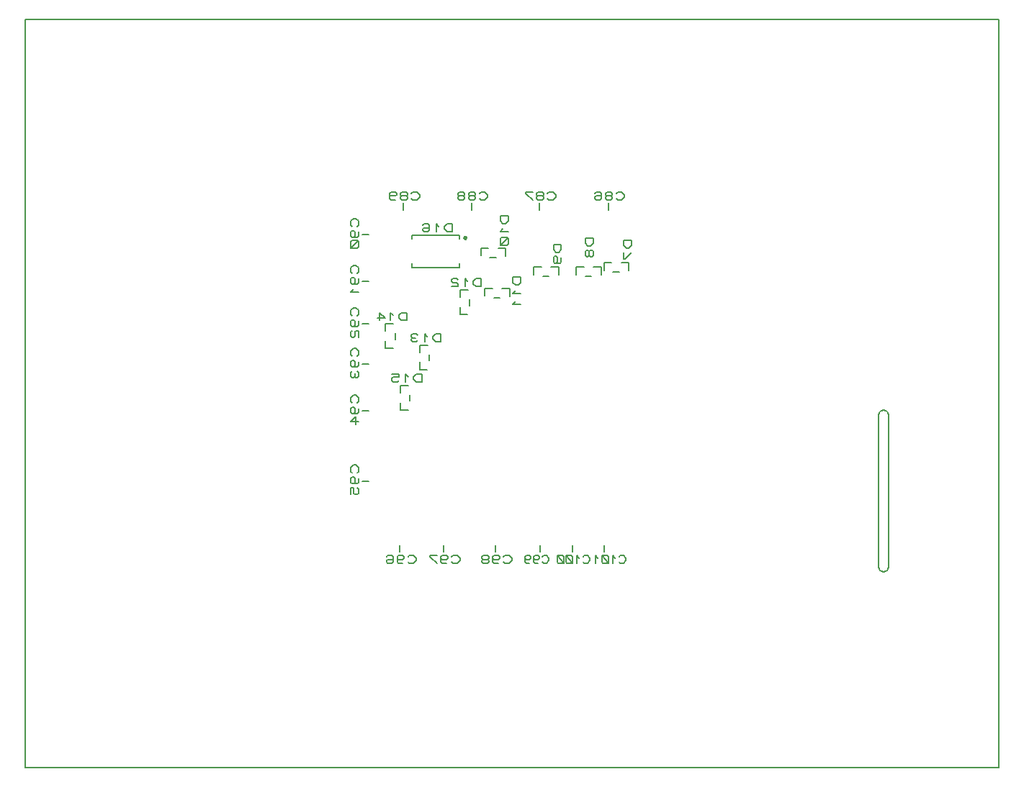
<source format=gbr>
G04 PROTEUS GERBER X2 FILE*
%TF.GenerationSoftware,Labcenter,Proteus,8.11-SP1-Build30228*%
%TF.CreationDate,2022-02-22T19:14:10+00:00*%
%TF.FileFunction,Legend,Bot*%
%TF.FilePolarity,Positive*%
%TF.Part,Single*%
%TF.SameCoordinates,{6c2897ae-c00c-46c9-bae6-367ef81e3b77}*%
%FSLAX45Y45*%
%MOMM*%
G01*
%TA.AperFunction,Profile*%
%ADD47C,0.203200*%
%TA.AperFunction,Material*%
%ADD51C,0.203200*%
%ADD56C,0.250000*%
%ADD53C,0.200000*%
%TD.AperFunction*%
D47*
X-4450000Y-1650000D02*
X+7000000Y-1650000D01*
X+7000000Y+7150000D01*
X-4450000Y+7150000D01*
X-4450000Y-1650000D01*
X+5641340Y+2554820D02*
X+5663332Y+2550509D01*
X+5681067Y+2538667D01*
X+5692909Y+2520932D01*
X+5697220Y+2498940D01*
X+5641340Y+2554820D02*
X+5619348Y+2550509D01*
X+5601613Y+2538667D01*
X+5589771Y+2520932D01*
X+5585460Y+2498940D01*
X+5641340Y+652360D02*
X+5619348Y+656671D01*
X+5601613Y+668513D01*
X+5589771Y+686248D01*
X+5585460Y+708240D01*
X+5641340Y+652360D02*
X+5663332Y+656671D01*
X+5681067Y+668513D01*
X+5692909Y+686248D01*
X+5697220Y+708240D01*
X+5585460Y+705700D02*
X+5585460Y+2498940D01*
X+5697220Y+2498940D02*
X+5697220Y+708240D01*
D51*
X+2030220Y+4239440D02*
X+2119120Y+4239440D01*
X+2136900Y+4127680D02*
X+2208020Y+4127680D01*
X+2030220Y+4239440D02*
X+2030220Y+4148000D01*
X+2319780Y+4145460D02*
X+2319780Y+4239440D01*
X+2233420Y+4239440D01*
X+2226860Y+4581750D02*
X+2135420Y+4581750D01*
X+2135420Y+4518250D01*
X+2165900Y+4486500D01*
X+2196380Y+4486500D01*
X+2226860Y+4518250D01*
X+2226860Y+4581750D01*
X+2181140Y+4423000D02*
X+2165900Y+4438875D01*
X+2150660Y+4438875D01*
X+2135420Y+4423000D01*
X+2135420Y+4375375D01*
X+2150660Y+4359500D01*
X+2165900Y+4359500D01*
X+2181140Y+4375375D01*
X+2181140Y+4423000D01*
X+2196380Y+4438875D01*
X+2211620Y+4438875D01*
X+2226860Y+4423000D01*
X+2226860Y+4375375D01*
X+2211620Y+4359500D01*
X+2196380Y+4359500D01*
X+2181140Y+4375375D01*
X+2355220Y+4289440D02*
X+2444120Y+4289440D01*
X+2461900Y+4177680D02*
X+2533020Y+4177680D01*
X+2355220Y+4289440D02*
X+2355220Y+4198000D01*
X+2644780Y+4195460D02*
X+2644780Y+4289440D01*
X+2558420Y+4289440D01*
X+2676860Y+4556750D02*
X+2585420Y+4556750D01*
X+2585420Y+4493250D01*
X+2615900Y+4461500D01*
X+2646380Y+4461500D01*
X+2676860Y+4493250D01*
X+2676860Y+4556750D01*
X+2585420Y+4413875D02*
X+2585420Y+4334500D01*
X+2600660Y+4334500D01*
X+2676860Y+4413875D01*
X+1530220Y+4239440D02*
X+1619120Y+4239440D01*
X+1636900Y+4127680D02*
X+1708020Y+4127680D01*
X+1530220Y+4239440D02*
X+1530220Y+4148000D01*
X+1819780Y+4145460D02*
X+1819780Y+4239440D01*
X+1733420Y+4239440D01*
X+1851860Y+4506750D02*
X+1760420Y+4506750D01*
X+1760420Y+4443250D01*
X+1790900Y+4411500D01*
X+1821380Y+4411500D01*
X+1851860Y+4443250D01*
X+1851860Y+4506750D01*
X+1790900Y+4284500D02*
X+1806140Y+4300375D01*
X+1806140Y+4348000D01*
X+1790900Y+4363875D01*
X+1775660Y+4363875D01*
X+1760420Y+4348000D01*
X+1760420Y+4300375D01*
X+1775660Y+4284500D01*
X+1836620Y+4284500D01*
X+1851860Y+4300375D01*
X+1851860Y+4348000D01*
X+905220Y+4464440D02*
X+994120Y+4464440D01*
X+1011900Y+4352680D02*
X+1083020Y+4352680D01*
X+905220Y+4464440D02*
X+905220Y+4373000D01*
X+1194780Y+4370460D02*
X+1194780Y+4464440D01*
X+1108420Y+4464440D01*
X+1226860Y+4845250D02*
X+1135420Y+4845250D01*
X+1135420Y+4781750D01*
X+1165900Y+4750000D01*
X+1196380Y+4750000D01*
X+1226860Y+4781750D01*
X+1226860Y+4845250D01*
X+1165900Y+4686500D02*
X+1135420Y+4654750D01*
X+1226860Y+4654750D01*
X+1211620Y+4591250D02*
X+1150660Y+4591250D01*
X+1135420Y+4575375D01*
X+1135420Y+4511875D01*
X+1150660Y+4496000D01*
X+1211620Y+4496000D01*
X+1226860Y+4511875D01*
X+1226860Y+4575375D01*
X+1211620Y+4591250D01*
X+1226860Y+4591250D02*
X+1135420Y+4496000D01*
X+955220Y+3989440D02*
X+1044120Y+3989440D01*
X+1061900Y+3877680D02*
X+1133020Y+3877680D01*
X+955220Y+3989440D02*
X+955220Y+3898000D01*
X+1244780Y+3895460D02*
X+1244780Y+3989440D01*
X+1158420Y+3989440D01*
X+1376860Y+4120250D02*
X+1285420Y+4120250D01*
X+1285420Y+4056750D01*
X+1315900Y+4025000D01*
X+1346380Y+4025000D01*
X+1376860Y+4056750D01*
X+1376860Y+4120250D01*
X+1315900Y+3961500D02*
X+1285420Y+3929750D01*
X+1376860Y+3929750D01*
X+1315900Y+3834500D02*
X+1285420Y+3802750D01*
X+1376860Y+3802750D01*
X+660560Y+3680220D02*
X+660560Y+3769120D01*
X+772320Y+3786900D02*
X+772320Y+3858020D01*
X+660560Y+3680220D02*
X+752000Y+3680220D01*
X+754540Y+3969780D02*
X+660560Y+3969780D01*
X+660560Y+3883420D01*
X+910750Y+4010420D02*
X+910750Y+4101860D01*
X+847250Y+4101860D01*
X+815500Y+4071380D01*
X+815500Y+4040900D01*
X+847250Y+4010420D01*
X+910750Y+4010420D01*
X+752000Y+4071380D02*
X+720250Y+4101860D01*
X+720250Y+4010420D01*
X+640875Y+4086620D02*
X+625000Y+4101860D01*
X+577375Y+4101860D01*
X+561500Y+4086620D01*
X+561500Y+4071380D01*
X+577375Y+4056140D01*
X+625000Y+4056140D01*
X+640875Y+4040900D01*
X+640875Y+4010420D01*
X+561500Y+4010420D01*
X+185560Y+3030220D02*
X+185560Y+3119120D01*
X+297320Y+3136900D02*
X+297320Y+3208020D01*
X+185560Y+3030220D02*
X+277000Y+3030220D01*
X+279540Y+3319780D02*
X+185560Y+3319780D01*
X+185560Y+3233420D01*
X+435750Y+3360420D02*
X+435750Y+3451860D01*
X+372250Y+3451860D01*
X+340500Y+3421380D01*
X+340500Y+3390900D01*
X+372250Y+3360420D01*
X+435750Y+3360420D01*
X+277000Y+3421380D02*
X+245250Y+3451860D01*
X+245250Y+3360420D01*
X+165875Y+3436620D02*
X+150000Y+3451860D01*
X+102375Y+3451860D01*
X+86500Y+3436620D01*
X+86500Y+3421380D01*
X+102375Y+3406140D01*
X+86500Y+3390900D01*
X+86500Y+3375660D01*
X+102375Y+3360420D01*
X+150000Y+3360420D01*
X+165875Y+3375660D01*
X+134125Y+3406140D02*
X+102375Y+3406140D01*
X-214440Y+3280220D02*
X-214440Y+3369120D01*
X-102680Y+3386900D02*
X-102680Y+3458020D01*
X-214440Y+3280220D02*
X-123000Y+3280220D01*
X-120460Y+3569780D02*
X-214440Y+3569780D01*
X-214440Y+3483420D01*
X+35750Y+3610420D02*
X+35750Y+3701860D01*
X-27750Y+3701860D01*
X-59500Y+3671380D01*
X-59500Y+3640900D01*
X-27750Y+3610420D01*
X+35750Y+3610420D01*
X-123000Y+3671380D02*
X-154750Y+3701860D01*
X-154750Y+3610420D01*
X-313500Y+3640900D02*
X-218250Y+3640900D01*
X-281750Y+3701860D01*
X-281750Y+3610420D01*
X-39440Y+2555220D02*
X-39440Y+2644120D01*
X+72320Y+2661900D02*
X+72320Y+2733020D01*
X-39440Y+2555220D02*
X+52000Y+2555220D01*
X+54540Y+2844780D02*
X-39440Y+2844780D01*
X-39440Y+2758420D01*
X+210750Y+2885420D02*
X+210750Y+2976860D01*
X+147250Y+2976860D01*
X+115500Y+2946380D01*
X+115500Y+2915900D01*
X+147250Y+2885420D01*
X+210750Y+2885420D01*
X+52000Y+2946380D02*
X+20250Y+2976860D01*
X+20250Y+2885420D01*
X-138500Y+2976860D02*
X-59125Y+2976860D01*
X-59125Y+2946380D01*
X-122625Y+2946380D01*
X-138500Y+2931140D01*
X-138500Y+2900660D01*
X-122625Y+2885420D01*
X-75000Y+2885420D01*
X-59125Y+2900660D01*
D56*
X+732500Y+4585000D02*
X+732457Y+4586039D01*
X+732105Y+4588118D01*
X+731368Y+4590197D01*
X+730164Y+4592276D01*
X+728323Y+4594326D01*
X+726244Y+4595829D01*
X+724165Y+4596786D01*
X+722086Y+4597325D01*
X+720007Y+4597500D01*
X+720000Y+4597500D01*
X+707500Y+4585000D02*
X+707543Y+4586039D01*
X+707895Y+4588118D01*
X+708632Y+4590197D01*
X+709836Y+4592276D01*
X+711677Y+4594326D01*
X+713756Y+4595829D01*
X+715835Y+4596786D01*
X+717914Y+4597325D01*
X+719993Y+4597500D01*
X+720000Y+4597500D01*
X+707500Y+4585000D02*
X+707543Y+4583961D01*
X+707895Y+4581882D01*
X+708632Y+4579803D01*
X+709836Y+4577724D01*
X+711677Y+4575674D01*
X+713756Y+4574171D01*
X+715835Y+4573214D01*
X+717914Y+4572675D01*
X+719993Y+4572500D01*
X+720000Y+4572500D01*
X+732500Y+4585000D02*
X+732457Y+4583961D01*
X+732105Y+4581882D01*
X+731368Y+4579803D01*
X+730164Y+4577724D01*
X+728323Y+4575674D01*
X+726244Y+4574171D01*
X+724165Y+4573214D01*
X+722086Y+4572675D01*
X+720007Y+4572500D01*
X+720000Y+4572500D01*
D53*
X+655000Y+4570000D02*
X+655000Y+4615000D01*
X+95000Y+4615000D01*
X+95000Y+4570000D01*
X+655000Y+4280000D02*
X+655000Y+4235000D01*
X+95000Y+4235000D01*
X+95000Y+4280000D01*
D51*
X+571750Y+4655480D02*
X+571750Y+4746920D01*
X+508250Y+4746920D01*
X+476500Y+4716440D01*
X+476500Y+4685960D01*
X+508250Y+4655480D01*
X+571750Y+4655480D01*
X+413000Y+4716440D02*
X+381250Y+4746920D01*
X+381250Y+4655480D01*
X+222500Y+4731680D02*
X+238375Y+4746920D01*
X+286000Y+4746920D01*
X+301875Y+4731680D01*
X+301875Y+4670720D01*
X+286000Y+4655480D01*
X+238375Y+4655480D01*
X+222500Y+4670720D01*
X+222500Y+4685960D01*
X+238375Y+4701200D01*
X+301875Y+4701200D01*
D53*
X+2405000Y+4990000D02*
X+2405000Y+4910000D01*
D51*
X+2500250Y+5045720D02*
X+2516125Y+5030480D01*
X+2563750Y+5030480D01*
X+2595500Y+5060960D01*
X+2595500Y+5091440D01*
X+2563750Y+5121920D01*
X+2516125Y+5121920D01*
X+2500250Y+5106680D01*
X+2436750Y+5076200D02*
X+2452625Y+5091440D01*
X+2452625Y+5106680D01*
X+2436750Y+5121920D01*
X+2389125Y+5121920D01*
X+2373250Y+5106680D01*
X+2373250Y+5091440D01*
X+2389125Y+5076200D01*
X+2436750Y+5076200D01*
X+2452625Y+5060960D01*
X+2452625Y+5045720D01*
X+2436750Y+5030480D01*
X+2389125Y+5030480D01*
X+2373250Y+5045720D01*
X+2373250Y+5060960D01*
X+2389125Y+5076200D01*
X+2246250Y+5106680D02*
X+2262125Y+5121920D01*
X+2309750Y+5121920D01*
X+2325625Y+5106680D01*
X+2325625Y+5045720D01*
X+2309750Y+5030480D01*
X+2262125Y+5030480D01*
X+2246250Y+5045720D01*
X+2246250Y+5060960D01*
X+2262125Y+5076200D01*
X+2325625Y+5076200D01*
D53*
X+1595000Y+4990000D02*
X+1595000Y+4910000D01*
D51*
X+1690250Y+5045720D02*
X+1706125Y+5030480D01*
X+1753750Y+5030480D01*
X+1785500Y+5060960D01*
X+1785500Y+5091440D01*
X+1753750Y+5121920D01*
X+1706125Y+5121920D01*
X+1690250Y+5106680D01*
X+1626750Y+5076200D02*
X+1642625Y+5091440D01*
X+1642625Y+5106680D01*
X+1626750Y+5121920D01*
X+1579125Y+5121920D01*
X+1563250Y+5106680D01*
X+1563250Y+5091440D01*
X+1579125Y+5076200D01*
X+1626750Y+5076200D01*
X+1642625Y+5060960D01*
X+1642625Y+5045720D01*
X+1626750Y+5030480D01*
X+1579125Y+5030480D01*
X+1563250Y+5045720D01*
X+1563250Y+5060960D01*
X+1579125Y+5076200D01*
X+1515625Y+5121920D02*
X+1436250Y+5121920D01*
X+1436250Y+5106680D01*
X+1515625Y+5030480D01*
D53*
X+795000Y+4990000D02*
X+795000Y+4910000D01*
D51*
X+890250Y+5045720D02*
X+906125Y+5030480D01*
X+953750Y+5030480D01*
X+985500Y+5060960D01*
X+985500Y+5091440D01*
X+953750Y+5121920D01*
X+906125Y+5121920D01*
X+890250Y+5106680D01*
X+826750Y+5076200D02*
X+842625Y+5091440D01*
X+842625Y+5106680D01*
X+826750Y+5121920D01*
X+779125Y+5121920D01*
X+763250Y+5106680D01*
X+763250Y+5091440D01*
X+779125Y+5076200D01*
X+826750Y+5076200D01*
X+842625Y+5060960D01*
X+842625Y+5045720D01*
X+826750Y+5030480D01*
X+779125Y+5030480D01*
X+763250Y+5045720D01*
X+763250Y+5060960D01*
X+779125Y+5076200D01*
X+699750Y+5076200D02*
X+715625Y+5091440D01*
X+715625Y+5106680D01*
X+699750Y+5121920D01*
X+652125Y+5121920D01*
X+636250Y+5106680D01*
X+636250Y+5091440D01*
X+652125Y+5076200D01*
X+699750Y+5076200D01*
X+715625Y+5060960D01*
X+715625Y+5045720D01*
X+699750Y+5030480D01*
X+652125Y+5030480D01*
X+636250Y+5045720D01*
X+636250Y+5060960D01*
X+652125Y+5076200D01*
D53*
X-5000Y+4990000D02*
X-5000Y+4910000D01*
D51*
X+90250Y+5045720D02*
X+106125Y+5030480D01*
X+153750Y+5030480D01*
X+185500Y+5060960D01*
X+185500Y+5091440D01*
X+153750Y+5121920D01*
X+106125Y+5121920D01*
X+90250Y+5106680D01*
X+26750Y+5076200D02*
X+42625Y+5091440D01*
X+42625Y+5106680D01*
X+26750Y+5121920D01*
X-20875Y+5121920D01*
X-36750Y+5106680D01*
X-36750Y+5091440D01*
X-20875Y+5076200D01*
X+26750Y+5076200D01*
X+42625Y+5060960D01*
X+42625Y+5045720D01*
X+26750Y+5030480D01*
X-20875Y+5030480D01*
X-36750Y+5045720D01*
X-36750Y+5060960D01*
X-20875Y+5076200D01*
X-163750Y+5091440D02*
X-147875Y+5076200D01*
X-100250Y+5076200D01*
X-84375Y+5091440D01*
X-84375Y+5106680D01*
X-100250Y+5121920D01*
X-147875Y+5121920D01*
X-163750Y+5106680D01*
X-163750Y+5045720D01*
X-147875Y+5030480D01*
X-100250Y+5030480D01*
D53*
X-490000Y+4620000D02*
X-410000Y+4620000D01*
D51*
X-545720Y+4715250D02*
X-530480Y+4731125D01*
X-530480Y+4778750D01*
X-560960Y+4810500D01*
X-591440Y+4810500D01*
X-621920Y+4778750D01*
X-621920Y+4731125D01*
X-606680Y+4715250D01*
X-591440Y+4588250D02*
X-576200Y+4604125D01*
X-576200Y+4651750D01*
X-591440Y+4667625D01*
X-606680Y+4667625D01*
X-621920Y+4651750D01*
X-621920Y+4604125D01*
X-606680Y+4588250D01*
X-545720Y+4588250D01*
X-530480Y+4604125D01*
X-530480Y+4651750D01*
X-545720Y+4556500D02*
X-606680Y+4556500D01*
X-621920Y+4540625D01*
X-621920Y+4477125D01*
X-606680Y+4461250D01*
X-545720Y+4461250D01*
X-530480Y+4477125D01*
X-530480Y+4540625D01*
X-545720Y+4556500D01*
X-530480Y+4556500D02*
X-621920Y+4461250D01*
D53*
X-490000Y+4070000D02*
X-410000Y+4070000D01*
D51*
X-545720Y+4165250D02*
X-530480Y+4181125D01*
X-530480Y+4228750D01*
X-560960Y+4260500D01*
X-591440Y+4260500D01*
X-621920Y+4228750D01*
X-621920Y+4181125D01*
X-606680Y+4165250D01*
X-591440Y+4038250D02*
X-576200Y+4054125D01*
X-576200Y+4101750D01*
X-591440Y+4117625D01*
X-606680Y+4117625D01*
X-621920Y+4101750D01*
X-621920Y+4054125D01*
X-606680Y+4038250D01*
X-545720Y+4038250D01*
X-530480Y+4054125D01*
X-530480Y+4101750D01*
X-591440Y+3974750D02*
X-621920Y+3943000D01*
X-530480Y+3943000D01*
D53*
X-490000Y+3570000D02*
X-410000Y+3570000D01*
D51*
X-545720Y+3665250D02*
X-530480Y+3681125D01*
X-530480Y+3728750D01*
X-560960Y+3760500D01*
X-591440Y+3760500D01*
X-621920Y+3728750D01*
X-621920Y+3681125D01*
X-606680Y+3665250D01*
X-591440Y+3538250D02*
X-576200Y+3554125D01*
X-576200Y+3601750D01*
X-591440Y+3617625D01*
X-606680Y+3617625D01*
X-621920Y+3601750D01*
X-621920Y+3554125D01*
X-606680Y+3538250D01*
X-545720Y+3538250D01*
X-530480Y+3554125D01*
X-530480Y+3601750D01*
X-606680Y+3490625D02*
X-621920Y+3474750D01*
X-621920Y+3427125D01*
X-606680Y+3411250D01*
X-591440Y+3411250D01*
X-576200Y+3427125D01*
X-576200Y+3474750D01*
X-560960Y+3490625D01*
X-530480Y+3490625D01*
X-530480Y+3411250D01*
D53*
X-490000Y+3095000D02*
X-410000Y+3095000D01*
D51*
X-545720Y+3190250D02*
X-530480Y+3206125D01*
X-530480Y+3253750D01*
X-560960Y+3285500D01*
X-591440Y+3285500D01*
X-621920Y+3253750D01*
X-621920Y+3206125D01*
X-606680Y+3190250D01*
X-591440Y+3063250D02*
X-576200Y+3079125D01*
X-576200Y+3126750D01*
X-591440Y+3142625D01*
X-606680Y+3142625D01*
X-621920Y+3126750D01*
X-621920Y+3079125D01*
X-606680Y+3063250D01*
X-545720Y+3063250D01*
X-530480Y+3079125D01*
X-530480Y+3126750D01*
X-606680Y+3015625D02*
X-621920Y+2999750D01*
X-621920Y+2952125D01*
X-606680Y+2936250D01*
X-591440Y+2936250D01*
X-576200Y+2952125D01*
X-560960Y+2936250D01*
X-545720Y+2936250D01*
X-530480Y+2952125D01*
X-530480Y+2999750D01*
X-545720Y+3015625D01*
X-576200Y+2983875D02*
X-576200Y+2952125D01*
D53*
X-490000Y+2545000D02*
X-410000Y+2545000D01*
D51*
X-545720Y+2640250D02*
X-530480Y+2656125D01*
X-530480Y+2703750D01*
X-560960Y+2735500D01*
X-591440Y+2735500D01*
X-621920Y+2703750D01*
X-621920Y+2656125D01*
X-606680Y+2640250D01*
X-591440Y+2513250D02*
X-576200Y+2529125D01*
X-576200Y+2576750D01*
X-591440Y+2592625D01*
X-606680Y+2592625D01*
X-621920Y+2576750D01*
X-621920Y+2529125D01*
X-606680Y+2513250D01*
X-545720Y+2513250D01*
X-530480Y+2529125D01*
X-530480Y+2576750D01*
X-560960Y+2386250D02*
X-560960Y+2481500D01*
X-621920Y+2418000D01*
X-530480Y+2418000D01*
D53*
X-490000Y+1720000D02*
X-410000Y+1720000D01*
D51*
X-545720Y+1815250D02*
X-530480Y+1831125D01*
X-530480Y+1878750D01*
X-560960Y+1910500D01*
X-591440Y+1910500D01*
X-621920Y+1878750D01*
X-621920Y+1831125D01*
X-606680Y+1815250D01*
X-591440Y+1688250D02*
X-576200Y+1704125D01*
X-576200Y+1751750D01*
X-591440Y+1767625D01*
X-606680Y+1767625D01*
X-621920Y+1751750D01*
X-621920Y+1704125D01*
X-606680Y+1688250D01*
X-545720Y+1688250D01*
X-530480Y+1704125D01*
X-530480Y+1751750D01*
X-621920Y+1561250D02*
X-621920Y+1640625D01*
X-591440Y+1640625D01*
X-591440Y+1577125D01*
X-576200Y+1561250D01*
X-545720Y+1561250D01*
X-530480Y+1577125D01*
X-530480Y+1624750D01*
X-545720Y+1640625D01*
D53*
X-45000Y+885000D02*
X-45000Y+965000D01*
D51*
X+50250Y+768320D02*
X+66125Y+753080D01*
X+113750Y+753080D01*
X+145500Y+783560D01*
X+145500Y+814040D01*
X+113750Y+844520D01*
X+66125Y+844520D01*
X+50250Y+829280D01*
X-76750Y+814040D02*
X-60875Y+798800D01*
X-13250Y+798800D01*
X+2625Y+814040D01*
X+2625Y+829280D01*
X-13250Y+844520D01*
X-60875Y+844520D01*
X-76750Y+829280D01*
X-76750Y+768320D01*
X-60875Y+753080D01*
X-13250Y+753080D01*
X-203750Y+829280D02*
X-187875Y+844520D01*
X-140250Y+844520D01*
X-124375Y+829280D01*
X-124375Y+768320D01*
X-140250Y+753080D01*
X-187875Y+753080D01*
X-203750Y+768320D01*
X-203750Y+783560D01*
X-187875Y+798800D01*
X-124375Y+798800D01*
D53*
X+470000Y+885000D02*
X+470000Y+965000D01*
D51*
X+565250Y+768320D02*
X+581125Y+753080D01*
X+628750Y+753080D01*
X+660500Y+783560D01*
X+660500Y+814040D01*
X+628750Y+844520D01*
X+581125Y+844520D01*
X+565250Y+829280D01*
X+438250Y+814040D02*
X+454125Y+798800D01*
X+501750Y+798800D01*
X+517625Y+814040D01*
X+517625Y+829280D01*
X+501750Y+844520D01*
X+454125Y+844520D01*
X+438250Y+829280D01*
X+438250Y+768320D01*
X+454125Y+753080D01*
X+501750Y+753080D01*
X+390625Y+844520D02*
X+311250Y+844520D01*
X+311250Y+829280D01*
X+390625Y+753080D01*
D53*
X+1080000Y+885000D02*
X+1080000Y+965000D01*
D51*
X+1175250Y+768320D02*
X+1191125Y+753080D01*
X+1238750Y+753080D01*
X+1270500Y+783560D01*
X+1270500Y+814040D01*
X+1238750Y+844520D01*
X+1191125Y+844520D01*
X+1175250Y+829280D01*
X+1048250Y+814040D02*
X+1064125Y+798800D01*
X+1111750Y+798800D01*
X+1127625Y+814040D01*
X+1127625Y+829280D01*
X+1111750Y+844520D01*
X+1064125Y+844520D01*
X+1048250Y+829280D01*
X+1048250Y+768320D01*
X+1064125Y+753080D01*
X+1111750Y+753080D01*
X+984750Y+798800D02*
X+1000625Y+814040D01*
X+1000625Y+829280D01*
X+984750Y+844520D01*
X+937125Y+844520D01*
X+921250Y+829280D01*
X+921250Y+814040D01*
X+937125Y+798800D01*
X+984750Y+798800D01*
X+1000625Y+783560D01*
X+1000625Y+768320D01*
X+984750Y+753080D01*
X+937125Y+753080D01*
X+921250Y+768320D01*
X+921250Y+783560D01*
X+937125Y+798800D01*
D53*
X+1605000Y+885000D02*
X+1605000Y+965000D01*
D51*
X+1631200Y+768320D02*
X+1643900Y+753080D01*
X+1682000Y+753080D01*
X+1707400Y+783560D01*
X+1707400Y+814040D01*
X+1682000Y+844520D01*
X+1643900Y+844520D01*
X+1631200Y+829280D01*
X+1529600Y+814040D02*
X+1542300Y+798800D01*
X+1580400Y+798800D01*
X+1593100Y+814040D01*
X+1593100Y+829280D01*
X+1580400Y+844520D01*
X+1542300Y+844520D01*
X+1529600Y+829280D01*
X+1529600Y+768320D01*
X+1542300Y+753080D01*
X+1580400Y+753080D01*
X+1428000Y+814040D02*
X+1440700Y+798800D01*
X+1478800Y+798800D01*
X+1491500Y+814040D01*
X+1491500Y+829280D01*
X+1478800Y+844520D01*
X+1440700Y+844520D01*
X+1428000Y+829280D01*
X+1428000Y+768320D01*
X+1440700Y+753080D01*
X+1478800Y+753080D01*
D53*
X+1980000Y+885000D02*
X+1980000Y+965000D01*
D51*
X+2107000Y+768320D02*
X+2119700Y+753080D01*
X+2157800Y+753080D01*
X+2183200Y+783560D01*
X+2183200Y+814040D01*
X+2157800Y+844520D01*
X+2119700Y+844520D01*
X+2107000Y+829280D01*
X+2056200Y+814040D02*
X+2030800Y+844520D01*
X+2030800Y+753080D01*
X+1980000Y+768320D02*
X+1980000Y+829280D01*
X+1967300Y+844520D01*
X+1916500Y+844520D01*
X+1903800Y+829280D01*
X+1903800Y+768320D01*
X+1916500Y+753080D01*
X+1967300Y+753080D01*
X+1980000Y+768320D01*
X+1980000Y+753080D02*
X+1903800Y+844520D01*
X+1878400Y+768320D02*
X+1878400Y+829280D01*
X+1865700Y+844520D01*
X+1814900Y+844520D01*
X+1802200Y+829280D01*
X+1802200Y+768320D01*
X+1814900Y+753080D01*
X+1865700Y+753080D01*
X+1878400Y+768320D01*
X+1878400Y+753080D02*
X+1802200Y+844520D01*
D53*
X+2355000Y+885000D02*
X+2355000Y+965000D01*
D51*
X+2532000Y+768320D02*
X+2544700Y+753080D01*
X+2582800Y+753080D01*
X+2608200Y+783560D01*
X+2608200Y+814040D01*
X+2582800Y+844520D01*
X+2544700Y+844520D01*
X+2532000Y+829280D01*
X+2481200Y+814040D02*
X+2455800Y+844520D01*
X+2455800Y+753080D01*
X+2405000Y+768320D02*
X+2405000Y+829280D01*
X+2392300Y+844520D01*
X+2341500Y+844520D01*
X+2328800Y+829280D01*
X+2328800Y+768320D01*
X+2341500Y+753080D01*
X+2392300Y+753080D01*
X+2405000Y+768320D01*
X+2405000Y+753080D02*
X+2328800Y+844520D01*
X+2278000Y+814040D02*
X+2252600Y+844520D01*
X+2252600Y+753080D01*
M02*

</source>
